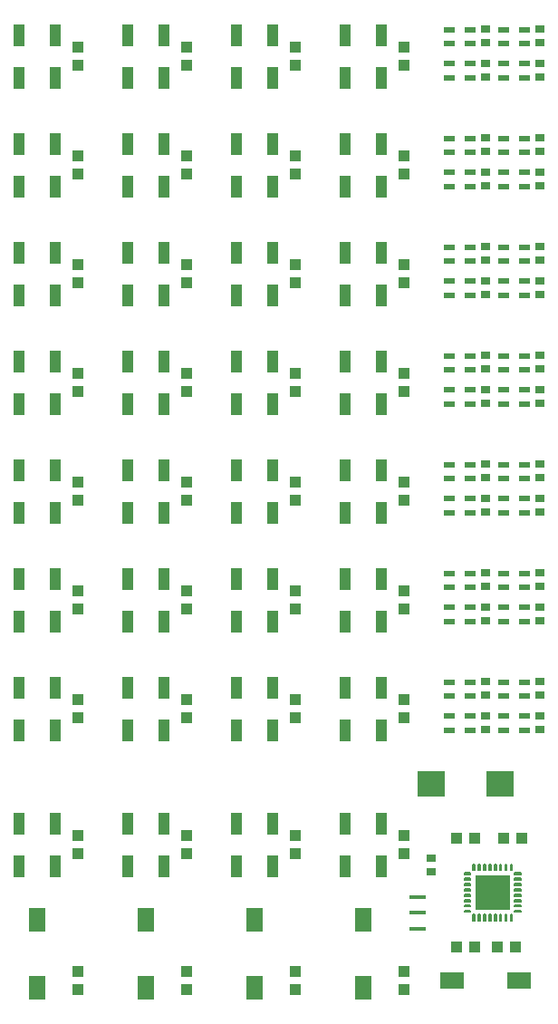
<source format=gbr>
G04 EAGLE Gerber RS-274X export*
G75*
%MOMM*%
%FSLAX34Y34*%
%LPD*%
%INSolderpaste Top*%
%IPPOS*%
%AMOC8*
5,1,8,0,0,1.08239X$1,22.5*%
G01*
%ADD10R,1.100000X2.000000*%
%ADD11R,1.000000X1.100000*%
%ADD12R,1.600000X2.300000*%
%ADD13R,2.300000X1.600000*%
%ADD14R,1.000000X0.600000*%
%ADD15R,0.900000X0.700000*%
%ADD16R,1.100000X1.000000*%
%ADD17C,0.150000*%
%ADD18R,3.200000X3.200000*%
%ADD19R,1.600000X0.400000*%
%ADD20R,2.600000X2.400000*%


D10*
X71900Y322900D03*
X105900Y322900D03*
X105900Y362900D03*
X71900Y362900D03*
D11*
X127000Y334400D03*
X127000Y351400D03*
D10*
X173500Y322900D03*
X207500Y322900D03*
X207500Y362900D03*
X173500Y362900D03*
D11*
X228600Y334400D03*
X228600Y351400D03*
D10*
X275100Y322900D03*
X309100Y322900D03*
X309100Y362900D03*
X275100Y362900D03*
D11*
X330200Y334400D03*
X330200Y351400D03*
D10*
X376700Y322900D03*
X410700Y322900D03*
X410700Y362900D03*
X376700Y362900D03*
D11*
X431800Y334400D03*
X431800Y351400D03*
D10*
X71900Y424500D03*
X105900Y424500D03*
X105900Y464500D03*
X71900Y464500D03*
D11*
X127000Y436000D03*
X127000Y453000D03*
D10*
X173500Y424500D03*
X207500Y424500D03*
X207500Y464500D03*
X173500Y464500D03*
D11*
X228600Y436000D03*
X228600Y453000D03*
D10*
X275100Y424500D03*
X309100Y424500D03*
X309100Y464500D03*
X275100Y464500D03*
D11*
X330200Y436000D03*
X330200Y453000D03*
D10*
X376700Y424500D03*
X410700Y424500D03*
X410700Y464500D03*
X376700Y464500D03*
D11*
X431800Y436000D03*
X431800Y453000D03*
D10*
X71900Y526100D03*
X105900Y526100D03*
X105900Y566100D03*
X71900Y566100D03*
D11*
X127000Y537600D03*
X127000Y554600D03*
D10*
X173500Y526100D03*
X207500Y526100D03*
X207500Y566100D03*
X173500Y566100D03*
D11*
X228600Y537600D03*
X228600Y554600D03*
D10*
X275100Y526100D03*
X309100Y526100D03*
X309100Y566100D03*
X275100Y566100D03*
D11*
X330200Y537600D03*
X330200Y554600D03*
D10*
X376700Y526100D03*
X410700Y526100D03*
X410700Y566100D03*
X376700Y566100D03*
D11*
X431800Y537600D03*
X431800Y554600D03*
D10*
X71900Y627700D03*
X105900Y627700D03*
X105900Y667700D03*
X71900Y667700D03*
D11*
X127000Y639200D03*
X127000Y656200D03*
D10*
X173500Y627700D03*
X207500Y627700D03*
X207500Y667700D03*
X173500Y667700D03*
D11*
X228600Y639200D03*
X228600Y656200D03*
D10*
X275100Y627700D03*
X309100Y627700D03*
X309100Y667700D03*
X275100Y667700D03*
D11*
X330200Y639200D03*
X330200Y656200D03*
D10*
X376700Y627700D03*
X410700Y627700D03*
X410700Y667700D03*
X376700Y667700D03*
D11*
X431800Y639200D03*
X431800Y656200D03*
D12*
X88900Y82800D03*
X88900Y145800D03*
D10*
X71900Y195900D03*
X105900Y195900D03*
X105900Y235900D03*
X71900Y235900D03*
D11*
X127000Y207400D03*
X127000Y224400D03*
D10*
X173500Y195900D03*
X207500Y195900D03*
X207500Y235900D03*
X173500Y235900D03*
D11*
X228600Y207400D03*
X228600Y224400D03*
D10*
X275100Y195900D03*
X309100Y195900D03*
X309100Y235900D03*
X275100Y235900D03*
D11*
X330200Y207400D03*
X330200Y224400D03*
D10*
X376700Y195900D03*
X410700Y195900D03*
X410700Y235900D03*
X376700Y235900D03*
D11*
X431800Y207400D03*
X431800Y224400D03*
D12*
X190500Y82800D03*
X190500Y145800D03*
X292100Y82800D03*
X292100Y145800D03*
X393700Y82800D03*
X393700Y145800D03*
D13*
X476500Y88900D03*
X539500Y88900D03*
D10*
X71900Y729300D03*
X105900Y729300D03*
X105900Y769300D03*
X71900Y769300D03*
D11*
X127000Y740800D03*
X127000Y757800D03*
D10*
X173500Y729300D03*
X207500Y729300D03*
X207500Y769300D03*
X173500Y769300D03*
D11*
X228600Y740800D03*
X228600Y757800D03*
D10*
X275100Y729300D03*
X309100Y729300D03*
X309100Y769300D03*
X275100Y769300D03*
D11*
X330200Y740800D03*
X330200Y757800D03*
D10*
X376700Y729300D03*
X410700Y729300D03*
X410700Y769300D03*
X376700Y769300D03*
D11*
X431800Y740800D03*
X431800Y757800D03*
D10*
X71900Y830900D03*
X105900Y830900D03*
X105900Y870900D03*
X71900Y870900D03*
D11*
X127000Y842400D03*
X127000Y859400D03*
D10*
X173500Y830900D03*
X207500Y830900D03*
X207500Y870900D03*
X173500Y870900D03*
D11*
X228600Y842400D03*
X228600Y859400D03*
D10*
X275100Y830900D03*
X309100Y830900D03*
X309100Y870900D03*
X275100Y870900D03*
D11*
X330200Y842400D03*
X330200Y859400D03*
D10*
X376700Y830900D03*
X410700Y830900D03*
X410700Y870900D03*
X376700Y870900D03*
D11*
X431800Y842400D03*
X431800Y859400D03*
D10*
X71900Y932500D03*
X105900Y932500D03*
X105900Y972500D03*
X71900Y972500D03*
D11*
X127000Y944000D03*
X127000Y961000D03*
D10*
X173500Y932500D03*
X207500Y932500D03*
X207500Y972500D03*
X173500Y972500D03*
D11*
X228600Y944000D03*
X228600Y961000D03*
D10*
X275100Y932500D03*
X309100Y932500D03*
X309100Y972500D03*
X275100Y972500D03*
D11*
X330200Y944000D03*
X330200Y961000D03*
D10*
X376700Y932500D03*
X410700Y932500D03*
X410700Y972500D03*
X376700Y972500D03*
D11*
X431800Y944000D03*
X431800Y961000D03*
D14*
X493150Y323000D03*
X493150Y336000D03*
X473650Y336000D03*
X473650Y323000D03*
X543950Y323000D03*
X543950Y336000D03*
X524450Y336000D03*
X524450Y323000D03*
X493150Y354750D03*
X493150Y367750D03*
X473650Y367750D03*
X473650Y354750D03*
X543950Y354750D03*
X543950Y367750D03*
X524450Y367750D03*
X524450Y354750D03*
D15*
X508000Y355450D03*
X508000Y368450D03*
X558800Y355450D03*
X558800Y368450D03*
X558800Y323700D03*
X558800Y336700D03*
X508000Y323700D03*
X508000Y336700D03*
D14*
X493150Y424600D03*
X493150Y437600D03*
X473650Y437600D03*
X473650Y424600D03*
X543950Y424600D03*
X543950Y437600D03*
X524450Y437600D03*
X524450Y424600D03*
X493150Y456350D03*
X493150Y469350D03*
X473650Y469350D03*
X473650Y456350D03*
X543950Y456350D03*
X543950Y469350D03*
X524450Y469350D03*
X524450Y456350D03*
D15*
X508000Y457050D03*
X508000Y470050D03*
X558800Y457050D03*
X558800Y470050D03*
X558800Y425300D03*
X558800Y438300D03*
X508000Y425300D03*
X508000Y438300D03*
D14*
X493150Y526200D03*
X493150Y539200D03*
X473650Y539200D03*
X473650Y526200D03*
X543950Y526200D03*
X543950Y539200D03*
X524450Y539200D03*
X524450Y526200D03*
X493150Y557950D03*
X493150Y570950D03*
X473650Y570950D03*
X473650Y557950D03*
X543950Y557950D03*
X543950Y570950D03*
X524450Y570950D03*
X524450Y557950D03*
D15*
X508000Y558650D03*
X508000Y571650D03*
X558800Y558650D03*
X558800Y571650D03*
X558800Y526900D03*
X558800Y539900D03*
X508000Y526900D03*
X508000Y539900D03*
D14*
X493150Y627800D03*
X493150Y640800D03*
X473650Y640800D03*
X473650Y627800D03*
X543950Y627800D03*
X543950Y640800D03*
X524450Y640800D03*
X524450Y627800D03*
X493150Y659550D03*
X493150Y672550D03*
X473650Y672550D03*
X473650Y659550D03*
X543950Y659550D03*
X543950Y672550D03*
X524450Y672550D03*
X524450Y659550D03*
D15*
X508000Y660250D03*
X508000Y673250D03*
X558800Y660250D03*
X558800Y673250D03*
X558800Y628500D03*
X558800Y641500D03*
X508000Y628500D03*
X508000Y641500D03*
D14*
X493150Y729400D03*
X493150Y742400D03*
X473650Y742400D03*
X473650Y729400D03*
X543950Y729400D03*
X543950Y742400D03*
X524450Y742400D03*
X524450Y729400D03*
X493150Y761150D03*
X493150Y774150D03*
X473650Y774150D03*
X473650Y761150D03*
X543950Y761150D03*
X543950Y774150D03*
X524450Y774150D03*
X524450Y761150D03*
D15*
X508000Y761850D03*
X508000Y774850D03*
X558800Y761850D03*
X558800Y774850D03*
X558800Y730100D03*
X558800Y743100D03*
X508000Y730100D03*
X508000Y743100D03*
D14*
X493150Y831000D03*
X493150Y844000D03*
X473650Y844000D03*
X473650Y831000D03*
X543950Y831000D03*
X543950Y844000D03*
X524450Y844000D03*
X524450Y831000D03*
X493150Y862750D03*
X493150Y875750D03*
X473650Y875750D03*
X473650Y862750D03*
X543950Y862750D03*
X543950Y875750D03*
X524450Y875750D03*
X524450Y862750D03*
D15*
X508000Y863450D03*
X508000Y876450D03*
X558800Y863450D03*
X558800Y876450D03*
X558800Y831700D03*
X558800Y844700D03*
X508000Y831700D03*
X508000Y844700D03*
D14*
X493150Y932600D03*
X493150Y945600D03*
X473650Y945600D03*
X473650Y932600D03*
X543950Y932600D03*
X543950Y945600D03*
X524450Y945600D03*
X524450Y932600D03*
X493150Y964350D03*
X493150Y977350D03*
X473650Y977350D03*
X473650Y964350D03*
X543950Y964350D03*
X543950Y977350D03*
X524450Y977350D03*
X524450Y964350D03*
D15*
X508000Y965050D03*
X508000Y978050D03*
X558800Y965050D03*
X558800Y978050D03*
X558800Y933300D03*
X558800Y946300D03*
X508000Y933300D03*
X508000Y946300D03*
D16*
X127000Y80400D03*
X127000Y97400D03*
X228600Y80400D03*
X228600Y97400D03*
X330200Y80400D03*
X330200Y97400D03*
X431800Y80400D03*
X431800Y97400D03*
D11*
X497450Y120650D03*
X480450Y120650D03*
D17*
X488100Y188200D02*
X493600Y188200D01*
X488100Y188200D02*
X488100Y189700D01*
X493600Y189700D01*
X493600Y188200D01*
X493600Y189625D02*
X488100Y189625D01*
X488100Y183200D02*
X493600Y183200D01*
X488100Y183200D02*
X488100Y184700D01*
X493600Y184700D01*
X493600Y183200D01*
X493600Y184625D02*
X488100Y184625D01*
X488100Y178200D02*
X493600Y178200D01*
X488100Y178200D02*
X488100Y179700D01*
X493600Y179700D01*
X493600Y178200D01*
X493600Y179625D02*
X488100Y179625D01*
X488100Y173200D02*
X493600Y173200D01*
X488100Y173200D02*
X488100Y174700D01*
X493600Y174700D01*
X493600Y173200D01*
X493600Y174625D02*
X488100Y174625D01*
X488100Y168200D02*
X493600Y168200D01*
X488100Y168200D02*
X488100Y169700D01*
X493600Y169700D01*
X493600Y168200D01*
X493600Y169625D02*
X488100Y169625D01*
X488100Y163200D02*
X493600Y163200D01*
X488100Y163200D02*
X488100Y164700D01*
X493600Y164700D01*
X493600Y163200D01*
X493600Y164625D02*
X488100Y164625D01*
X488100Y158200D02*
X493600Y158200D01*
X488100Y158200D02*
X488100Y159700D01*
X493600Y159700D01*
X493600Y158200D01*
X493600Y159625D02*
X488100Y159625D01*
X488100Y153200D02*
X493600Y153200D01*
X488100Y153200D02*
X488100Y154700D01*
X493600Y154700D01*
X493600Y153200D01*
X493600Y154625D02*
X488100Y154625D01*
X496100Y145200D02*
X497600Y145200D01*
X496100Y145200D02*
X496100Y150700D01*
X497600Y150700D01*
X497600Y145200D01*
X497600Y146625D02*
X496100Y146625D01*
X496100Y148050D02*
X497600Y148050D01*
X497600Y149475D02*
X496100Y149475D01*
X501100Y145200D02*
X502600Y145200D01*
X501100Y145200D02*
X501100Y150700D01*
X502600Y150700D01*
X502600Y145200D01*
X502600Y146625D02*
X501100Y146625D01*
X501100Y148050D02*
X502600Y148050D01*
X502600Y149475D02*
X501100Y149475D01*
X506100Y145200D02*
X507600Y145200D01*
X506100Y145200D02*
X506100Y150700D01*
X507600Y150700D01*
X507600Y145200D01*
X507600Y146625D02*
X506100Y146625D01*
X506100Y148050D02*
X507600Y148050D01*
X507600Y149475D02*
X506100Y149475D01*
X511100Y145200D02*
X512600Y145200D01*
X511100Y145200D02*
X511100Y150700D01*
X512600Y150700D01*
X512600Y145200D01*
X512600Y146625D02*
X511100Y146625D01*
X511100Y148050D02*
X512600Y148050D01*
X512600Y149475D02*
X511100Y149475D01*
X516100Y145200D02*
X517600Y145200D01*
X516100Y145200D02*
X516100Y150700D01*
X517600Y150700D01*
X517600Y145200D01*
X517600Y146625D02*
X516100Y146625D01*
X516100Y148050D02*
X517600Y148050D01*
X517600Y149475D02*
X516100Y149475D01*
X521100Y145200D02*
X522600Y145200D01*
X521100Y145200D02*
X521100Y150700D01*
X522600Y150700D01*
X522600Y145200D01*
X522600Y146625D02*
X521100Y146625D01*
X521100Y148050D02*
X522600Y148050D01*
X522600Y149475D02*
X521100Y149475D01*
X526100Y145200D02*
X527600Y145200D01*
X526100Y145200D02*
X526100Y150700D01*
X527600Y150700D01*
X527600Y145200D01*
X527600Y146625D02*
X526100Y146625D01*
X526100Y148050D02*
X527600Y148050D01*
X527600Y149475D02*
X526100Y149475D01*
X531100Y145200D02*
X532600Y145200D01*
X531100Y145200D02*
X531100Y150700D01*
X532600Y150700D01*
X532600Y145200D01*
X532600Y146625D02*
X531100Y146625D01*
X531100Y148050D02*
X532600Y148050D01*
X532600Y149475D02*
X531100Y149475D01*
X535100Y153200D02*
X540600Y153200D01*
X535100Y153200D02*
X535100Y154700D01*
X540600Y154700D01*
X540600Y153200D01*
X540600Y154625D02*
X535100Y154625D01*
X535100Y158200D02*
X540600Y158200D01*
X535100Y158200D02*
X535100Y159700D01*
X540600Y159700D01*
X540600Y158200D01*
X540600Y159625D02*
X535100Y159625D01*
X535100Y163200D02*
X540600Y163200D01*
X535100Y163200D02*
X535100Y164700D01*
X540600Y164700D01*
X540600Y163200D01*
X540600Y164625D02*
X535100Y164625D01*
X535100Y168200D02*
X540600Y168200D01*
X535100Y168200D02*
X535100Y169700D01*
X540600Y169700D01*
X540600Y168200D01*
X540600Y169625D02*
X535100Y169625D01*
X535100Y173200D02*
X540600Y173200D01*
X535100Y173200D02*
X535100Y174700D01*
X540600Y174700D01*
X540600Y173200D01*
X540600Y174625D02*
X535100Y174625D01*
X535100Y178200D02*
X540600Y178200D01*
X535100Y178200D02*
X535100Y179700D01*
X540600Y179700D01*
X540600Y178200D01*
X540600Y179625D02*
X535100Y179625D01*
X535100Y183200D02*
X540600Y183200D01*
X535100Y183200D02*
X535100Y184700D01*
X540600Y184700D01*
X540600Y183200D01*
X540600Y184625D02*
X535100Y184625D01*
X535100Y188200D02*
X540600Y188200D01*
X535100Y188200D02*
X535100Y189700D01*
X540600Y189700D01*
X540600Y188200D01*
X540600Y189625D02*
X535100Y189625D01*
X532600Y192200D02*
X531100Y192200D01*
X531100Y197700D01*
X532600Y197700D01*
X532600Y192200D01*
X532600Y193625D02*
X531100Y193625D01*
X531100Y195050D02*
X532600Y195050D01*
X532600Y196475D02*
X531100Y196475D01*
X527600Y192200D02*
X526100Y192200D01*
X526100Y197700D01*
X527600Y197700D01*
X527600Y192200D01*
X527600Y193625D02*
X526100Y193625D01*
X526100Y195050D02*
X527600Y195050D01*
X527600Y196475D02*
X526100Y196475D01*
X522600Y192200D02*
X521100Y192200D01*
X521100Y197700D01*
X522600Y197700D01*
X522600Y192200D01*
X522600Y193625D02*
X521100Y193625D01*
X521100Y195050D02*
X522600Y195050D01*
X522600Y196475D02*
X521100Y196475D01*
X517600Y192200D02*
X516100Y192200D01*
X516100Y197700D01*
X517600Y197700D01*
X517600Y192200D01*
X517600Y193625D02*
X516100Y193625D01*
X516100Y195050D02*
X517600Y195050D01*
X517600Y196475D02*
X516100Y196475D01*
X512600Y192200D02*
X511100Y192200D01*
X511100Y197700D01*
X512600Y197700D01*
X512600Y192200D01*
X512600Y193625D02*
X511100Y193625D01*
X511100Y195050D02*
X512600Y195050D01*
X512600Y196475D02*
X511100Y196475D01*
X507600Y192200D02*
X506100Y192200D01*
X506100Y197700D01*
X507600Y197700D01*
X507600Y192200D01*
X507600Y193625D02*
X506100Y193625D01*
X506100Y195050D02*
X507600Y195050D01*
X507600Y196475D02*
X506100Y196475D01*
X502600Y192200D02*
X501100Y192200D01*
X501100Y197700D01*
X502600Y197700D01*
X502600Y192200D01*
X502600Y193625D02*
X501100Y193625D01*
X501100Y195050D02*
X502600Y195050D01*
X502600Y196475D02*
X501100Y196475D01*
X497600Y192200D02*
X496100Y192200D01*
X496100Y197700D01*
X497600Y197700D01*
X497600Y192200D01*
X497600Y193625D02*
X496100Y193625D01*
X496100Y195050D02*
X497600Y195050D01*
X497600Y196475D02*
X496100Y196475D01*
D18*
X514350Y171450D03*
D19*
X444500Y137400D03*
X444500Y152400D03*
X444500Y167400D03*
D11*
X518550Y120650D03*
X535550Y120650D03*
D15*
X457200Y190350D03*
X457200Y203350D03*
D20*
X456950Y273050D03*
X520950Y273050D03*
D11*
X480450Y222250D03*
X497450Y222250D03*
X524900Y222250D03*
X541900Y222250D03*
M02*

</source>
